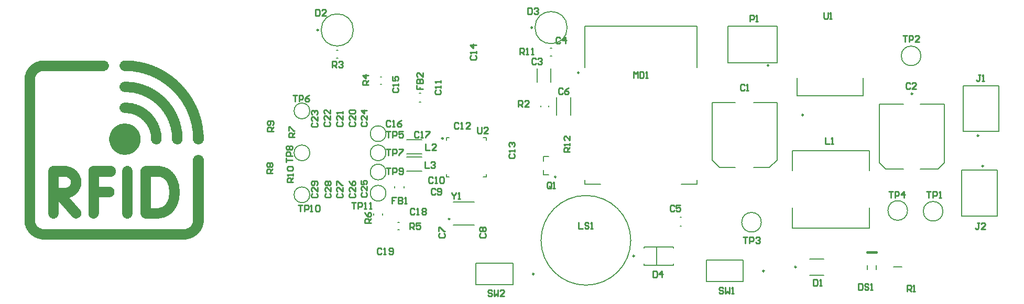
<source format=gto>
G04*
G04 #@! TF.GenerationSoftware,Altium Limited,Altium Designer,23.3.1 (30)*
G04*
G04 Layer_Color=65535*
%FSLAX44Y44*%
%MOMM*%
G71*
G04*
G04 #@! TF.SameCoordinates,C1E6EB35-FD0D-487A-9AD2-E077E24BAF61*
G04*
G04*
G04 #@! TF.FilePolarity,Positive*
G04*
G01*
G75*
%ADD10C,0.2500*%
%ADD11C,0.1500*%
%ADD12C,0.2000*%
%ADD13C,0.4000*%
%ADD14C,0.2540*%
G36*
X414070Y402024D02*
X420856D01*
Y401459D01*
X425381D01*
Y400893D01*
X428774D01*
Y400328D01*
X431602D01*
Y399762D01*
X434429D01*
Y399197D01*
X436692D01*
Y398631D01*
X438954D01*
Y398066D01*
X441216D01*
Y397500D01*
X442912D01*
Y396935D01*
X444609D01*
Y396369D01*
X446306D01*
Y395803D01*
X448002D01*
Y395238D01*
X449699D01*
Y394672D01*
X451396D01*
Y394107D01*
X452527D01*
Y393541D01*
X454224D01*
Y392976D01*
X455354D01*
Y392410D01*
X457051D01*
Y391845D01*
X458182D01*
Y391279D01*
X459313D01*
Y390714D01*
X460444D01*
Y390148D01*
X461576D01*
Y389582D01*
X462707D01*
Y389017D01*
X463838D01*
Y388451D01*
X464969D01*
Y387886D01*
X466100D01*
Y387320D01*
X467231D01*
Y386755D01*
X468362D01*
Y386189D01*
X468928D01*
Y385624D01*
X470059D01*
Y385058D01*
X471190D01*
Y384492D01*
X472321D01*
Y383927D01*
X472887D01*
Y383361D01*
X474018D01*
Y382796D01*
X474583D01*
Y382230D01*
X475714D01*
Y381665D01*
X476280D01*
Y381099D01*
X477411D01*
Y380534D01*
X477976D01*
Y379968D01*
X479108D01*
Y379403D01*
X479673D01*
Y378837D01*
X480804D01*
Y378271D01*
X481370D01*
Y377706D01*
X481935D01*
Y377140D01*
X483066D01*
Y376575D01*
X483632D01*
Y376009D01*
X484197D01*
Y375444D01*
X485328D01*
Y374878D01*
X485894D01*
Y374313D01*
X486460D01*
Y373747D01*
X487025D01*
Y373182D01*
X487591D01*
Y372616D01*
X488722D01*
Y372051D01*
X489287D01*
Y371485D01*
X489853D01*
Y370919D01*
X490419D01*
Y370354D01*
X490984D01*
Y369788D01*
X491549D01*
Y369223D01*
X492115D01*
Y368657D01*
X492681D01*
Y368092D01*
X493812D01*
Y367526D01*
X494377D01*
Y366961D01*
X494943D01*
Y366395D01*
X495508D01*
Y365829D01*
X496074D01*
Y365264D01*
X496639D01*
Y364698D01*
X497205D01*
Y364133D01*
X497771D01*
Y363567D01*
X498336D01*
Y362436D01*
X498902D01*
Y361871D01*
X499467D01*
Y361305D01*
X500033D01*
Y360740D01*
X500598D01*
Y360174D01*
X501164D01*
Y359608D01*
X501729D01*
Y359043D01*
X502295D01*
Y358477D01*
X502860D01*
Y357912D01*
X503426D01*
Y356781D01*
X503992D01*
Y356215D01*
X504557D01*
Y355650D01*
X505123D01*
Y355084D01*
X505688D01*
Y353953D01*
X506254D01*
Y353387D01*
X506819D01*
Y352822D01*
X507385D01*
Y352256D01*
X507950D01*
Y351125D01*
X508516D01*
Y350560D01*
X509081D01*
Y349994D01*
X509647D01*
Y348863D01*
X510213D01*
Y348298D01*
X510778D01*
Y347166D01*
X511344D01*
Y346601D01*
X511909D01*
Y345470D01*
X512475D01*
Y344904D01*
X513040D01*
Y343773D01*
X513606D01*
Y343208D01*
X514171D01*
Y342076D01*
X514737D01*
Y341511D01*
X515303D01*
Y340380D01*
X515868D01*
Y339249D01*
X516434D01*
Y338118D01*
X516999D01*
Y337552D01*
X517565D01*
Y336421D01*
X518130D01*
Y335290D01*
X518696D01*
Y334159D01*
X519261D01*
Y333028D01*
X519827D01*
Y331897D01*
X520392D01*
Y330766D01*
X520958D01*
Y329634D01*
X521524D01*
Y328503D01*
X522089D01*
Y327372D01*
X522655D01*
Y325676D01*
X523220D01*
Y324544D01*
X523786D01*
Y323414D01*
X524351D01*
Y321717D01*
X524917D01*
Y320586D01*
X525482D01*
Y318889D01*
X526048D01*
Y317192D01*
X526614D01*
Y315496D01*
X527179D01*
Y313799D01*
X527744D01*
Y312103D01*
X528310D01*
Y309840D01*
X528876D01*
Y308144D01*
X529441D01*
Y305882D01*
X530007D01*
Y303054D01*
X530572D01*
Y300792D01*
X531138D01*
Y297398D01*
X531703D01*
Y294571D01*
X532269D01*
Y290046D01*
X532834D01*
Y283260D01*
X533400D01*
Y273080D01*
X532834D01*
Y271949D01*
X532269D01*
Y270818D01*
X531703D01*
Y269687D01*
X531138D01*
Y269121D01*
X530572D01*
Y268555D01*
X529441D01*
Y267990D01*
X528310D01*
Y267424D01*
X527179D01*
Y266859D01*
X522655D01*
Y267424D01*
X521524D01*
Y267990D01*
X520392D01*
Y268555D01*
X519261D01*
Y269121D01*
X518696D01*
Y269687D01*
X518130D01*
Y270818D01*
X517565D01*
Y271949D01*
X516999D01*
Y273080D01*
X516434D01*
Y282694D01*
X515868D01*
Y288915D01*
X515303D01*
Y289481D01*
Y290046D01*
Y292874D01*
X514737D01*
Y296267D01*
X514171D01*
Y299095D01*
X513606D01*
Y301357D01*
X513040D01*
Y303619D01*
X512475D01*
Y305316D01*
X511909D01*
Y307578D01*
X511344D01*
Y309275D01*
X510778D01*
Y310971D01*
X510213D01*
Y312668D01*
X509647D01*
Y314365D01*
X509081D01*
Y315496D01*
X508516D01*
Y317192D01*
X507950D01*
Y318323D01*
X507385D01*
Y319455D01*
X506819D01*
Y321151D01*
X506254D01*
Y322282D01*
X505688D01*
Y323414D01*
X505123D01*
Y324544D01*
X504557D01*
Y325676D01*
X503992D01*
Y326807D01*
X503426D01*
Y327938D01*
X502860D01*
Y328503D01*
X502295D01*
Y329634D01*
X501729D01*
Y330766D01*
X501164D01*
Y331897D01*
X500598D01*
Y332462D01*
X500033D01*
Y333593D01*
X499467D01*
Y334159D01*
X498902D01*
Y335290D01*
X498336D01*
Y336421D01*
X497771D01*
Y336987D01*
X497205D01*
Y338118D01*
X496639D01*
Y338683D01*
X496074D01*
Y339249D01*
X495508D01*
Y340380D01*
X494943D01*
Y340945D01*
X494377D01*
Y341511D01*
X493812D01*
Y342642D01*
X493246D01*
Y343208D01*
X492681D01*
Y343773D01*
X492115D01*
Y344904D01*
X491549D01*
Y345470D01*
X490984D01*
Y346035D01*
X490419D01*
Y346601D01*
X489853D01*
Y347166D01*
X489287D01*
Y347732D01*
X488722D01*
Y348863D01*
X488156D01*
Y349429D01*
X487591D01*
Y349994D01*
X487025D01*
Y350560D01*
X486460D01*
Y351125D01*
X485894D01*
Y351691D01*
X485328D01*
Y352256D01*
X484763D01*
Y352822D01*
X484197D01*
Y353387D01*
X483632D01*
Y353953D01*
X483066D01*
Y354519D01*
X482501D01*
Y355084D01*
X481935D01*
Y355650D01*
X481370D01*
Y356215D01*
X480804D01*
Y356781D01*
X480239D01*
Y357346D01*
X479673D01*
Y357912D01*
X478542D01*
Y358477D01*
X477976D01*
Y359043D01*
X477411D01*
Y359608D01*
X476845D01*
Y360174D01*
X476280D01*
Y360740D01*
X475714D01*
Y361305D01*
X474583D01*
Y361871D01*
X474018D01*
Y362436D01*
X473452D01*
Y363002D01*
X472887D01*
Y363567D01*
X471755D01*
Y364133D01*
X471190D01*
Y364698D01*
X470059D01*
Y365264D01*
X469493D01*
Y365829D01*
X468928D01*
Y366395D01*
X467797D01*
Y366961D01*
X467231D01*
Y367526D01*
X466100D01*
Y368092D01*
X465534D01*
Y368657D01*
X464403D01*
Y369223D01*
X463272D01*
Y369788D01*
X462707D01*
Y370354D01*
X461576D01*
Y370919D01*
X460444D01*
Y371485D01*
X459879D01*
Y372051D01*
X458748D01*
Y372616D01*
X457617D01*
Y373182D01*
X456486D01*
Y373747D01*
X455354D01*
Y374313D01*
X454224D01*
Y374878D01*
X453092D01*
Y375444D01*
X451961D01*
Y376009D01*
X450265D01*
Y376575D01*
X449133D01*
Y377140D01*
X448002D01*
Y377706D01*
X446306D01*
Y378271D01*
X445175D01*
Y378837D01*
X443478D01*
Y379403D01*
X441781D01*
Y379968D01*
X440085D01*
Y380534D01*
X438388D01*
Y381099D01*
X436126D01*
Y381665D01*
X434429D01*
Y382230D01*
X432167D01*
Y382796D01*
X429905D01*
Y383361D01*
X427077D01*
Y383927D01*
X423684D01*
Y384492D01*
X419725D01*
Y385058D01*
X413504D01*
Y385624D01*
X403890D01*
Y386189D01*
X402759D01*
Y386755D01*
X401628D01*
Y387320D01*
X400496D01*
Y387886D01*
X399931D01*
Y388451D01*
X399365D01*
Y389582D01*
X398800D01*
Y390714D01*
X398234D01*
Y391845D01*
X397669D01*
Y396369D01*
X398234D01*
Y397500D01*
X398800D01*
Y398631D01*
X399365D01*
Y399762D01*
X399931D01*
Y400328D01*
X400496D01*
Y400893D01*
X401628D01*
Y401459D01*
X402759D01*
Y402024D01*
X403890D01*
Y402590D01*
X414070D01*
Y402024D01*
D02*
G37*
G36*
X412938Y368092D02*
X418594D01*
Y367526D01*
X421987D01*
Y366961D01*
X425381D01*
Y366395D01*
X427643D01*
Y365829D01*
X429905D01*
Y365264D01*
X432167D01*
Y364698D01*
X433864D01*
Y364133D01*
X435560D01*
Y363567D01*
X437257D01*
Y363002D01*
X438954D01*
Y362436D01*
X440085D01*
Y361871D01*
X441781D01*
Y361305D01*
X442912D01*
Y360740D01*
X444609D01*
Y360174D01*
X445740D01*
Y359608D01*
X446871D01*
Y359043D01*
X448002D01*
Y358477D01*
X449133D01*
Y357912D01*
X450265D01*
Y357346D01*
X451396D01*
Y356781D01*
X451961D01*
Y356215D01*
X453092D01*
Y355650D01*
X454224D01*
Y355084D01*
X454789D01*
Y354519D01*
X455920D01*
Y353953D01*
X457051D01*
Y353387D01*
X457617D01*
Y352822D01*
X458748D01*
Y352256D01*
X459313D01*
Y351691D01*
X459879D01*
Y351125D01*
X461010D01*
Y350560D01*
X461576D01*
Y349994D01*
X462707D01*
Y349429D01*
X463272D01*
Y348863D01*
X463838D01*
Y348298D01*
X464403D01*
Y347732D01*
X465534D01*
Y347166D01*
X466100D01*
Y346601D01*
X466665D01*
Y346035D01*
X467231D01*
Y345470D01*
X467797D01*
Y344904D01*
X468362D01*
Y344339D01*
X468928D01*
Y343773D01*
X470059D01*
Y343208D01*
X470624D01*
Y342642D01*
X471190D01*
Y342076D01*
X471755D01*
Y341511D01*
X472321D01*
Y340945D01*
X472887D01*
Y340380D01*
X473452D01*
Y339814D01*
X474018D01*
Y339249D01*
X474583D01*
Y338118D01*
X475149D01*
Y337552D01*
X475714D01*
Y336987D01*
X476280D01*
Y336421D01*
X476845D01*
Y335855D01*
X477411D01*
Y335290D01*
X477976D01*
Y334724D01*
X478542D01*
Y333593D01*
X479108D01*
Y333028D01*
X479673D01*
Y332462D01*
X480239D01*
Y331897D01*
X480804D01*
Y330766D01*
X481370D01*
Y330200D01*
X481935D01*
Y329069D01*
X482501D01*
Y328503D01*
X483066D01*
Y327938D01*
X483632D01*
Y326807D01*
X484197D01*
Y326241D01*
X484763D01*
Y325110D01*
X485328D01*
Y323979D01*
X485894D01*
Y323414D01*
X486460D01*
Y322282D01*
X487025D01*
Y321151D01*
X487591D01*
Y320586D01*
X488156D01*
Y319455D01*
X488722D01*
Y318323D01*
X489287D01*
Y317192D01*
X489853D01*
Y316061D01*
X490419D01*
Y314930D01*
X490984D01*
Y313799D01*
X491549D01*
Y312103D01*
X492115D01*
Y310971D01*
X492681D01*
Y309275D01*
X493246D01*
Y308144D01*
X493812D01*
Y306447D01*
X494377D01*
Y304750D01*
X494943D01*
Y303054D01*
X495508D01*
Y301357D01*
X496074D01*
Y299095D01*
X496639D01*
Y296833D01*
X497205D01*
Y294571D01*
X497771D01*
Y291177D01*
X498336D01*
Y287784D01*
X498902D01*
Y282129D01*
X499467D01*
Y273080D01*
X498902D01*
Y271949D01*
X498336D01*
Y270818D01*
X497771D01*
Y269687D01*
X497205D01*
Y269121D01*
X496639D01*
Y268555D01*
X495508D01*
Y267990D01*
X494377D01*
Y267424D01*
X493246D01*
Y266859D01*
X488722D01*
Y267424D01*
X487591D01*
Y267990D01*
X486460D01*
Y268555D01*
X485328D01*
Y269121D01*
X484763D01*
Y269687D01*
X484197D01*
Y270818D01*
X483632D01*
Y271949D01*
X483066D01*
Y273080D01*
X482501D01*
Y281563D01*
X481935D01*
Y286653D01*
X481370D01*
Y290046D01*
X480804D01*
Y292308D01*
X480239D01*
Y295136D01*
X479673D01*
Y296833D01*
X479108D01*
Y298529D01*
X478542D01*
Y300226D01*
X477976D01*
Y301923D01*
X477411D01*
Y303619D01*
X476845D01*
Y304750D01*
X476280D01*
Y305882D01*
X475714D01*
Y307578D01*
X475149D01*
Y308709D01*
X474583D01*
Y309840D01*
X474018D01*
Y310971D01*
X473452D01*
Y312103D01*
X472887D01*
Y312668D01*
X472321D01*
Y313799D01*
X471755D01*
Y314930D01*
X471190D01*
Y315496D01*
X470624D01*
Y316627D01*
X470059D01*
Y317192D01*
X469493D01*
Y318323D01*
X468928D01*
Y318889D01*
X468362D01*
Y320020D01*
X467797D01*
Y320586D01*
X467231D01*
Y321717D01*
X466665D01*
Y322282D01*
X466100D01*
Y322848D01*
X465534D01*
Y323414D01*
X464969D01*
Y324544D01*
X464403D01*
Y325110D01*
X463838D01*
Y325676D01*
X463272D01*
Y326241D01*
X462707D01*
Y326807D01*
X462141D01*
Y327372D01*
X461576D01*
Y327938D01*
X461010D01*
Y328503D01*
X460444D01*
Y329069D01*
X459879D01*
Y329634D01*
X459313D01*
Y330200D01*
X458748D01*
Y330766D01*
X458182D01*
Y331331D01*
X457617D01*
Y331897D01*
X457051D01*
Y332462D01*
X456486D01*
Y333028D01*
X455920D01*
Y333593D01*
X455354D01*
Y334159D01*
X454224D01*
Y334724D01*
X453658D01*
Y335290D01*
X453092D01*
Y335855D01*
X452527D01*
Y336421D01*
X451396D01*
Y336987D01*
X450830D01*
Y337552D01*
X449699D01*
Y338118D01*
X449133D01*
Y338683D01*
X448568D01*
Y339249D01*
X447437D01*
Y339814D01*
X446306D01*
Y340380D01*
X445740D01*
Y340945D01*
X444609D01*
Y341511D01*
X443478D01*
Y342076D01*
X442912D01*
Y342642D01*
X441781D01*
Y343208D01*
X440650D01*
Y343773D01*
X439519D01*
Y344339D01*
X438388D01*
Y344904D01*
X436692D01*
Y345470D01*
X435560D01*
Y346035D01*
X434429D01*
Y346601D01*
X432733D01*
Y347166D01*
X431036D01*
Y347732D01*
X429339D01*
Y348298D01*
X427643D01*
Y348863D01*
X425946D01*
Y349429D01*
X423684D01*
Y349994D01*
X420856D01*
Y350560D01*
X417463D01*
Y351125D01*
X412373D01*
Y351691D01*
X403890D01*
Y352256D01*
X402759D01*
Y352822D01*
X401628D01*
Y353387D01*
X400496D01*
Y353953D01*
X399931D01*
Y354519D01*
X399365D01*
Y355650D01*
X398800D01*
Y356781D01*
X398234D01*
Y357912D01*
X397669D01*
Y362436D01*
X398234D01*
Y363567D01*
X398800D01*
Y364698D01*
X399365D01*
Y365829D01*
X399931D01*
Y366395D01*
X400496D01*
Y366961D01*
X401628D01*
Y367526D01*
X402759D01*
Y368092D01*
X403890D01*
Y368657D01*
X412938D01*
Y368092D01*
D02*
G37*
G36*
X411807Y334159D02*
X416332D01*
Y333593D01*
X419160D01*
Y333028D01*
X421422D01*
Y332462D01*
X423118D01*
Y331897D01*
X425381D01*
Y331331D01*
X426512D01*
Y330766D01*
X428208D01*
Y330200D01*
X429339D01*
Y329634D01*
X431036D01*
Y329069D01*
X432167D01*
Y328503D01*
X433298D01*
Y327938D01*
X434429D01*
Y327372D01*
X434995D01*
Y326807D01*
X436126D01*
Y326241D01*
X437257D01*
Y325676D01*
X437823D01*
Y325110D01*
X438954D01*
Y324544D01*
X440085D01*
Y323979D01*
X440650D01*
Y323414D01*
X441216D01*
Y322848D01*
X442347D01*
Y322282D01*
X442912D01*
Y321717D01*
X443478D01*
Y321151D01*
X444044D01*
Y320586D01*
X444609D01*
Y320020D01*
X445740D01*
Y319455D01*
X446306D01*
Y318889D01*
X446871D01*
Y318323D01*
X447437D01*
Y317758D01*
X448002D01*
Y317192D01*
X448568D01*
Y316627D01*
X449133D01*
Y316061D01*
X449699D01*
Y315496D01*
X450265D01*
Y314930D01*
X450830D01*
Y313799D01*
X451396D01*
Y313234D01*
X451961D01*
Y312668D01*
X452527D01*
Y312103D01*
X453092D01*
Y311537D01*
X453658D01*
Y310406D01*
X454224D01*
Y309840D01*
X454789D01*
Y308709D01*
X455354D01*
Y308144D01*
X455920D01*
Y307013D01*
X456486D01*
Y306447D01*
X457051D01*
Y305316D01*
X457617D01*
Y304185D01*
X458182D01*
Y303619D01*
X458748D01*
Y302488D01*
X459313D01*
Y301357D01*
X459879D01*
Y300226D01*
X460444D01*
Y298529D01*
X461010D01*
Y297398D01*
X461576D01*
Y295702D01*
X462141D01*
Y294005D01*
X462707D01*
Y292308D01*
X463272D01*
Y290612D01*
X463838D01*
Y288349D01*
X464403D01*
Y285522D01*
X464969D01*
Y280997D01*
X465534D01*
Y273080D01*
X464969D01*
Y271949D01*
X464403D01*
Y270818D01*
X463838D01*
Y269687D01*
X463272D01*
Y269121D01*
X462707D01*
Y268555D01*
X461576D01*
Y267990D01*
X460444D01*
Y267424D01*
X459313D01*
Y266859D01*
X454789D01*
Y267424D01*
X453658D01*
Y267990D01*
X452527D01*
Y268555D01*
X451396D01*
Y269121D01*
X450830D01*
Y269687D01*
X450265D01*
Y270818D01*
X449699D01*
Y271949D01*
X449133D01*
Y273080D01*
X448568D01*
Y279866D01*
X448002D01*
Y283825D01*
X447437D01*
Y286087D01*
X446871D01*
Y288349D01*
X446306D01*
Y290046D01*
X445740D01*
Y291177D01*
X445175D01*
Y292308D01*
X444609D01*
Y294005D01*
X444044D01*
Y295136D01*
X443478D01*
Y295702D01*
X442912D01*
Y296833D01*
X442347D01*
Y297964D01*
X441781D01*
Y298529D01*
X441216D01*
Y299660D01*
X440650D01*
Y300226D01*
X440085D01*
Y301357D01*
X439519D01*
Y301923D01*
X438954D01*
Y302488D01*
X438388D01*
Y303054D01*
X437823D01*
Y303619D01*
X437257D01*
Y304185D01*
X436692D01*
Y304750D01*
X436126D01*
Y305882D01*
X434995D01*
Y306447D01*
X434429D01*
Y307013D01*
X433864D01*
Y307578D01*
X433298D01*
Y308144D01*
X432733D01*
Y308709D01*
X432167D01*
Y309275D01*
X431036D01*
Y309840D01*
X430471D01*
Y310406D01*
X429339D01*
Y310971D01*
X428774D01*
Y311537D01*
X427643D01*
Y312103D01*
X426512D01*
Y312668D01*
X425946D01*
Y313234D01*
X424815D01*
Y313799D01*
X423684D01*
Y314365D01*
X421987D01*
Y314930D01*
X420856D01*
Y315496D01*
X419160D01*
Y316061D01*
X416897D01*
Y316627D01*
X414635D01*
Y317192D01*
X411242D01*
Y317758D01*
X403890D01*
Y318323D01*
X402759D01*
Y318889D01*
X401628D01*
Y319455D01*
X400496D01*
Y320020D01*
X399931D01*
Y320586D01*
X399365D01*
Y321717D01*
X398800D01*
Y322848D01*
X398234D01*
Y323979D01*
X397669D01*
Y328503D01*
X398234D01*
Y329634D01*
X398800D01*
Y330766D01*
X399365D01*
Y331897D01*
X399931D01*
Y332462D01*
X400496D01*
Y333028D01*
X401628D01*
Y333593D01*
X402759D01*
Y334159D01*
X403890D01*
Y334724D01*
X411807D01*
Y334159D01*
D02*
G37*
G36*
X409545Y300226D02*
X412938D01*
Y299660D01*
X414635D01*
Y299095D01*
X415766D01*
Y298529D01*
X417463D01*
Y297964D01*
X418594D01*
Y297398D01*
X419160D01*
Y296833D01*
X420291D01*
Y296267D01*
X420856D01*
Y295702D01*
X421987D01*
Y295136D01*
X422553D01*
Y294571D01*
X423118D01*
Y294005D01*
X423684D01*
Y293439D01*
X424249D01*
Y292874D01*
X424815D01*
Y292308D01*
X425381D01*
Y291743D01*
X425946D01*
Y291177D01*
X426512D01*
Y290046D01*
X427077D01*
Y289481D01*
X427643D01*
Y288349D01*
X428208D01*
Y287784D01*
X428774D01*
Y286653D01*
X429339D01*
Y284956D01*
X429905D01*
Y284391D01*
Y283825D01*
X430471D01*
Y281563D01*
X431036D01*
Y278735D01*
X431602D01*
Y271949D01*
X431036D01*
Y269121D01*
X430471D01*
Y266859D01*
X429905D01*
Y265728D01*
X429339D01*
Y264597D01*
X428774D01*
Y262900D01*
X428208D01*
Y262334D01*
X427643D01*
Y261203D01*
X427077D01*
Y260638D01*
X426512D01*
Y259507D01*
X425946D01*
Y258941D01*
X425381D01*
Y258376D01*
X424815D01*
Y257810D01*
X424249D01*
Y257244D01*
X423684D01*
Y256679D01*
X423118D01*
Y256113D01*
X422553D01*
Y255548D01*
X421987D01*
Y254982D01*
X420856D01*
Y254417D01*
X420291D01*
Y253851D01*
X419160D01*
Y253286D01*
X418594D01*
Y252720D01*
X417463D01*
Y252155D01*
X415766D01*
Y251589D01*
X414635D01*
Y251024D01*
X412373D01*
Y250458D01*
X409545D01*
Y249892D01*
X402759D01*
Y250458D01*
X399931D01*
Y251024D01*
X397669D01*
Y251589D01*
X396538D01*
Y252155D01*
X395407D01*
Y252720D01*
X393710D01*
Y253286D01*
X393144D01*
Y253851D01*
X392013D01*
Y254417D01*
X391448D01*
Y254982D01*
X390317D01*
Y255548D01*
X389751D01*
Y256113D01*
X389186D01*
Y256679D01*
X388620D01*
Y257244D01*
X388054D01*
Y257810D01*
X387489D01*
Y258376D01*
X386923D01*
Y258941D01*
X386358D01*
Y259507D01*
X385792D01*
Y260638D01*
X385227D01*
Y261203D01*
X384661D01*
Y262334D01*
X384096D01*
Y262900D01*
X383530D01*
Y264031D01*
X382965D01*
Y265728D01*
X382399D01*
Y266859D01*
X381833D01*
Y269121D01*
X381268D01*
Y271949D01*
X380702D01*
Y278735D01*
X381268D01*
Y281563D01*
X381833D01*
Y283825D01*
X382399D01*
Y284956D01*
X382965D01*
Y286653D01*
X383530D01*
Y287784D01*
X384096D01*
Y288349D01*
X384661D01*
Y289481D01*
X385227D01*
Y290046D01*
X385792D01*
Y291177D01*
X386358D01*
Y291743D01*
X386923D01*
Y292308D01*
X387489D01*
Y292874D01*
X388054D01*
Y293439D01*
X388620D01*
Y294005D01*
X389186D01*
Y294571D01*
X389751D01*
Y295136D01*
X390317D01*
Y295702D01*
X391448D01*
Y296267D01*
X392013D01*
Y296833D01*
X393144D01*
Y297398D01*
X393710D01*
Y297964D01*
X394841D01*
Y298529D01*
X396538D01*
Y299095D01*
X397669D01*
Y299660D01*
X399931D01*
Y300226D01*
X402759D01*
Y300792D01*
X409545D01*
Y300226D01*
D02*
G37*
G36*
X463838Y231229D02*
X467231D01*
Y230664D01*
X469493D01*
Y230098D01*
X471190D01*
Y229533D01*
X472321D01*
Y228967D01*
X474018D01*
Y228402D01*
X475149D01*
Y227836D01*
X476280D01*
Y227271D01*
X476845D01*
Y226705D01*
X477976D01*
Y226139D01*
X478542D01*
Y225574D01*
X479673D01*
Y225008D01*
X480239D01*
Y224443D01*
X480804D01*
Y223877D01*
X481370D01*
Y223312D01*
X482501D01*
Y222746D01*
X483066D01*
Y222181D01*
X483632D01*
Y221615D01*
X484197D01*
Y220484D01*
X484763D01*
Y219918D01*
X485328D01*
Y219353D01*
X485894D01*
Y218787D01*
X486460D01*
Y217656D01*
X487025D01*
Y217091D01*
X487591D01*
Y215959D01*
X488156D01*
Y215394D01*
X488722D01*
Y214263D01*
X489287D01*
Y213132D01*
X489853D01*
Y212001D01*
X490419D01*
Y210870D01*
X490984D01*
Y209739D01*
X491549D01*
Y208042D01*
X492115D01*
Y206345D01*
X492681D01*
Y204649D01*
X493246D01*
Y202386D01*
X493812D01*
Y199559D01*
X494377D01*
Y195034D01*
X494943D01*
Y184289D01*
X494377D01*
Y179764D01*
X493812D01*
Y176937D01*
X493246D01*
Y174675D01*
X492681D01*
Y172978D01*
X492115D01*
Y171281D01*
X491549D01*
Y169585D01*
X490984D01*
Y168454D01*
X490419D01*
Y167323D01*
X489853D01*
Y166191D01*
X489287D01*
Y165060D01*
X488722D01*
Y163929D01*
X488156D01*
Y163364D01*
X487591D01*
Y162233D01*
X487025D01*
Y161667D01*
X486460D01*
Y160536D01*
X485894D01*
Y159970D01*
X485328D01*
Y159405D01*
X484763D01*
Y158839D01*
X484197D01*
Y158274D01*
X483632D01*
Y157143D01*
X483066D01*
Y156577D01*
X482501D01*
Y156012D01*
X481935D01*
Y155446D01*
X480804D01*
Y154881D01*
X480239D01*
Y154315D01*
X479673D01*
Y153749D01*
X479108D01*
Y153184D01*
X477976D01*
Y152618D01*
X477411D01*
Y152053D01*
X476280D01*
Y151487D01*
X475149D01*
Y150922D01*
X474018D01*
Y150356D01*
X472887D01*
Y149791D01*
X471755D01*
Y149225D01*
X470059D01*
Y148659D01*
X468362D01*
Y148094D01*
X466100D01*
Y147528D01*
X462141D01*
Y146963D01*
X437823D01*
Y147528D01*
X436126D01*
Y148094D01*
X435560D01*
Y148659D01*
X434429D01*
Y149225D01*
X433864D01*
Y149791D01*
X433298D01*
Y150356D01*
X432733D01*
Y151487D01*
X432167D01*
Y153184D01*
X431602D01*
Y226139D01*
X432167D01*
Y227271D01*
X432733D01*
Y228402D01*
X433298D01*
Y228967D01*
X433864D01*
Y229533D01*
X434429D01*
Y230098D01*
X434995D01*
Y230664D01*
X436126D01*
Y231229D01*
X437823D01*
Y231795D01*
X463838D01*
Y231229D01*
D02*
G37*
G36*
X412373D02*
X413504D01*
Y230664D01*
X414635D01*
Y230098D01*
X415766D01*
Y229533D01*
X416332D01*
Y228967D01*
X416897D01*
Y227836D01*
X417463D01*
Y226705D01*
X418028D01*
Y225574D01*
X418594D01*
Y153184D01*
X418028D01*
Y152053D01*
X417463D01*
Y150922D01*
X416897D01*
Y149791D01*
X416332D01*
Y149225D01*
X415766D01*
Y148659D01*
X414635D01*
Y148094D01*
X413504D01*
Y147528D01*
X412373D01*
Y146963D01*
X407849D01*
Y147528D01*
X406717D01*
Y148094D01*
X405586D01*
Y148659D01*
X404455D01*
Y149225D01*
X403890D01*
Y149791D01*
X403324D01*
Y150922D01*
X402759D01*
Y152053D01*
X402193D01*
Y153184D01*
X401628D01*
Y192207D01*
Y192772D01*
Y225574D01*
X402193D01*
Y226705D01*
X402759D01*
Y227836D01*
X403324D01*
Y228967D01*
X403890D01*
Y229533D01*
X404455D01*
Y230098D01*
X405586D01*
Y230664D01*
X406717D01*
Y231229D01*
X407849D01*
Y231795D01*
X412373D01*
Y231229D01*
D02*
G37*
G36*
X385227D02*
X386923D01*
Y230664D01*
X388054D01*
Y230098D01*
X388620D01*
Y229533D01*
X389186D01*
Y228967D01*
X389751D01*
Y228402D01*
X390317D01*
Y227271D01*
X390882D01*
Y226139D01*
X391448D01*
Y220484D01*
X390882D01*
Y219353D01*
X390317D01*
Y218222D01*
X389751D01*
Y217656D01*
X389186D01*
Y217091D01*
X388620D01*
Y216525D01*
X388054D01*
Y215959D01*
X386923D01*
Y215394D01*
X385227D01*
Y214828D01*
X364301D01*
Y198428D01*
X383530D01*
Y197862D01*
X384661D01*
Y197297D01*
X385792D01*
Y196731D01*
X386358D01*
Y196165D01*
X386923D01*
Y195600D01*
X387489D01*
Y195034D01*
X388054D01*
Y193903D01*
X388620D01*
Y192772D01*
X389186D01*
Y187117D01*
X388620D01*
Y185986D01*
X388054D01*
Y184854D01*
X387489D01*
Y184289D01*
X386923D01*
Y183723D01*
X386358D01*
Y183158D01*
X385227D01*
Y182592D01*
X384661D01*
Y182027D01*
X382965D01*
Y181461D01*
X364301D01*
Y154315D01*
X363736D01*
Y152053D01*
X363170D01*
Y150922D01*
X362605D01*
Y150356D01*
X362039D01*
Y149791D01*
X361474D01*
Y149225D01*
X360908D01*
Y148659D01*
X360343D01*
Y148094D01*
X359212D01*
Y147528D01*
X357515D01*
Y146963D01*
X353556D01*
Y147528D01*
X351859D01*
Y148094D01*
X350728D01*
Y148659D01*
X350163D01*
Y149225D01*
X349597D01*
Y149791D01*
X349032D01*
Y150356D01*
X348466D01*
Y151487D01*
X347901D01*
Y152618D01*
X347335D01*
Y226139D01*
X347901D01*
Y227271D01*
X348466D01*
Y228402D01*
X349032D01*
Y228967D01*
X349597D01*
Y229533D01*
X350163D01*
Y230098D01*
X350728D01*
Y230664D01*
X351859D01*
Y231229D01*
X353556D01*
Y231795D01*
X385227D01*
Y231229D01*
D02*
G37*
G36*
X312837D02*
X315664D01*
Y230664D01*
X317361D01*
Y230098D01*
X319058D01*
Y229533D01*
X320189D01*
Y228967D01*
X321885D01*
Y228402D01*
X322451D01*
Y227836D01*
X323582D01*
Y227271D01*
X324713D01*
Y226705D01*
X325279D01*
Y226139D01*
X325844D01*
Y225574D01*
X326975D01*
Y225008D01*
X327541D01*
Y224443D01*
X328106D01*
Y223877D01*
X328672D01*
Y223312D01*
X329238D01*
Y222746D01*
X329803D01*
Y221615D01*
X330369D01*
Y221049D01*
X330934D01*
Y220484D01*
X331500D01*
Y219353D01*
X332065D01*
Y218787D01*
X332631D01*
Y217656D01*
X333196D01*
Y216525D01*
X333762D01*
Y215394D01*
X334328D01*
Y213697D01*
X334893D01*
Y212001D01*
X335459D01*
Y208607D01*
X336024D01*
Y202386D01*
X335459D01*
Y199559D01*
X334893D01*
Y197862D01*
X334328D01*
Y196165D01*
X333762D01*
Y195034D01*
X333196D01*
Y193903D01*
X332631D01*
Y192772D01*
X332065D01*
Y191641D01*
X331500D01*
Y191075D01*
X330934D01*
Y189944D01*
X330369D01*
Y189379D01*
X329803D01*
Y188813D01*
X329238D01*
Y188248D01*
X328672D01*
Y187682D01*
X328106D01*
Y187117D01*
X327541D01*
Y186551D01*
X326975D01*
Y185986D01*
X326410D01*
Y185420D01*
X325844D01*
Y184854D01*
X324713D01*
Y184289D01*
X324148D01*
Y183723D01*
X323017D01*
Y183158D01*
X321885D01*
Y182592D01*
X320754D01*
Y182027D01*
X319623D01*
Y181461D01*
X317927D01*
Y180896D01*
X316796D01*
Y180330D01*
X317361D01*
Y179199D01*
X317927D01*
Y178633D01*
X318492D01*
Y178068D01*
X319058D01*
Y177502D01*
X319623D01*
Y176937D01*
X320189D01*
Y176371D01*
X320754D01*
Y175806D01*
X321320D01*
Y174675D01*
X321885D01*
Y174109D01*
X322451D01*
Y173543D01*
X323017D01*
Y172978D01*
X323582D01*
Y172412D01*
X324148D01*
Y171847D01*
X324713D01*
Y171281D01*
X325279D01*
Y170716D01*
X325844D01*
Y169585D01*
X326410D01*
Y169019D01*
X326975D01*
Y168454D01*
X327541D01*
Y167888D01*
X328106D01*
Y167323D01*
X328672D01*
Y166757D01*
X329238D01*
Y166191D01*
X329803D01*
Y165060D01*
X330369D01*
Y164495D01*
X330934D01*
Y163929D01*
X331500D01*
Y163364D01*
X332065D01*
Y162798D01*
X332631D01*
Y162233D01*
X333196D01*
Y161667D01*
X333762D01*
Y160536D01*
X334328D01*
Y159970D01*
X334893D01*
Y158839D01*
X335459D01*
Y157143D01*
X336024D01*
Y153749D01*
X335459D01*
Y152053D01*
X334893D01*
Y150922D01*
X334328D01*
Y150356D01*
X333762D01*
Y149225D01*
X332631D01*
Y148659D01*
X332065D01*
Y148094D01*
X330934D01*
Y147528D01*
X329238D01*
Y146963D01*
X325279D01*
Y147528D01*
X323582D01*
Y148094D01*
X323017D01*
Y148659D01*
X321885D01*
Y149225D01*
X321320D01*
Y149791D01*
X320754D01*
Y150356D01*
X320189D01*
Y150922D01*
X319623D01*
Y152053D01*
X319058D01*
Y152618D01*
X318492D01*
Y153184D01*
X317927D01*
Y153749D01*
X317361D01*
Y154315D01*
X316796D01*
Y154881D01*
X316230D01*
Y155446D01*
X315664D01*
Y156577D01*
X315099D01*
Y157143D01*
X314533D01*
Y157708D01*
X313968D01*
Y158274D01*
X313402D01*
Y158839D01*
X312837D01*
Y159405D01*
X312271D01*
Y159970D01*
X311706D01*
Y161101D01*
X311140D01*
Y161667D01*
X310574D01*
Y162233D01*
X310009D01*
Y162798D01*
X309443D01*
Y163364D01*
X308878D01*
Y163929D01*
X308312D01*
Y164495D01*
X307747D01*
Y165060D01*
X307181D01*
Y166191D01*
X306616D01*
Y166757D01*
X306050D01*
Y167323D01*
X305485D01*
Y167888D01*
X304919D01*
Y168454D01*
X304354D01*
Y169019D01*
X303788D01*
Y169585D01*
X303222D01*
Y170716D01*
X302657D01*
Y171281D01*
X302091D01*
Y171847D01*
X301526D01*
Y172412D01*
X300960D01*
Y172978D01*
X300395D01*
Y173543D01*
X299829D01*
Y174109D01*
X299264D01*
Y153184D01*
X298698D01*
Y152053D01*
X298132D01*
Y150922D01*
X297567D01*
Y149791D01*
X297001D01*
Y149225D01*
X296436D01*
Y148659D01*
X295305D01*
Y148094D01*
X294174D01*
Y147528D01*
X293043D01*
Y146963D01*
X288518D01*
Y147528D01*
X287387D01*
Y148094D01*
X286256D01*
Y148659D01*
X285125D01*
Y149225D01*
X284559D01*
Y149791D01*
X283994D01*
Y150922D01*
X283428D01*
Y152053D01*
X282863D01*
Y153184D01*
X282297D01*
Y220484D01*
Y221049D01*
Y225574D01*
X282863D01*
Y226705D01*
X283428D01*
Y227836D01*
X283994D01*
Y228967D01*
X284559D01*
Y229533D01*
X285125D01*
Y230098D01*
X286256D01*
Y230664D01*
X287387D01*
Y231229D01*
X288518D01*
Y231795D01*
X312837D01*
Y231229D01*
D02*
G37*
G36*
X373916Y402024D02*
X375047D01*
Y401459D01*
X376178D01*
Y400893D01*
X377309D01*
Y400328D01*
X377875D01*
Y399762D01*
X378440D01*
Y398631D01*
X379006D01*
Y397500D01*
X379571D01*
Y396369D01*
X380137D01*
Y391845D01*
X379571D01*
Y390714D01*
X379006D01*
Y389582D01*
X378440D01*
Y388451D01*
X377875D01*
Y387886D01*
X377309D01*
Y387320D01*
X376178D01*
Y386755D01*
X375047D01*
Y386189D01*
X373916D01*
Y385624D01*
X272117D01*
Y385058D01*
X270421D01*
Y384492D01*
X268724D01*
Y383927D01*
X267593D01*
Y383361D01*
X267027D01*
Y382796D01*
X265896D01*
Y382230D01*
X265331D01*
Y381665D01*
X264765D01*
Y381099D01*
X264200D01*
Y380534D01*
X263634D01*
Y379403D01*
X263069D01*
Y378837D01*
X262503D01*
Y377706D01*
X261938D01*
Y376009D01*
X261372D01*
Y374313D01*
X260806D01*
Y141307D01*
X261372D01*
Y139611D01*
X261938D01*
Y137914D01*
X262503D01*
Y136783D01*
X263069D01*
Y136217D01*
X263634D01*
Y135086D01*
X264200D01*
Y134521D01*
X264765D01*
Y133955D01*
X265331D01*
Y133390D01*
X265896D01*
Y132824D01*
X267027D01*
Y132259D01*
X267593D01*
Y131693D01*
X268724D01*
Y131128D01*
X270421D01*
Y130562D01*
X272117D01*
Y129996D01*
X505123D01*
Y130562D01*
X506819D01*
Y131128D01*
X508516D01*
Y131693D01*
X509647D01*
Y132259D01*
X510213D01*
Y132824D01*
X511344D01*
Y133390D01*
X511909D01*
Y133955D01*
X512475D01*
Y134521D01*
X513040D01*
Y135086D01*
X513606D01*
Y136217D01*
X514171D01*
Y136783D01*
X514737D01*
Y137914D01*
X515303D01*
Y139611D01*
X515868D01*
Y141307D01*
X516434D01*
Y240278D01*
Y240844D01*
Y243671D01*
X516999D01*
Y244802D01*
X517565D01*
Y245933D01*
X518130D01*
Y247065D01*
X518696D01*
Y247630D01*
X519261D01*
Y248196D01*
X520392D01*
Y248761D01*
X521524D01*
Y249327D01*
X522655D01*
Y249892D01*
X527179D01*
Y249327D01*
X528310D01*
Y248761D01*
X529441D01*
Y248196D01*
X530572D01*
Y247630D01*
X531138D01*
Y247065D01*
X531703D01*
Y245933D01*
X532269D01*
Y244802D01*
X532834D01*
Y243671D01*
X533400D01*
Y140176D01*
X532834D01*
Y136783D01*
X532269D01*
Y135086D01*
X531703D01*
Y133390D01*
X531138D01*
Y131693D01*
X530572D01*
Y130562D01*
X530007D01*
Y129431D01*
X529441D01*
Y128300D01*
X528876D01*
Y127734D01*
X528310D01*
Y126603D01*
X527744D01*
Y126038D01*
X527179D01*
Y124907D01*
X526614D01*
Y124341D01*
X526048D01*
Y123775D01*
X525482D01*
Y123210D01*
X524917D01*
Y122644D01*
X524351D01*
Y122079D01*
X523786D01*
Y121513D01*
X523220D01*
Y120948D01*
X522655D01*
Y120382D01*
X522089D01*
Y119817D01*
X521524D01*
Y119251D01*
X520392D01*
Y118686D01*
X519827D01*
Y118120D01*
X518696D01*
Y117554D01*
X518130D01*
Y116989D01*
X516999D01*
Y116423D01*
X515868D01*
Y115858D01*
X514737D01*
Y115292D01*
X513040D01*
Y114727D01*
X511344D01*
Y114161D01*
X509647D01*
Y113596D01*
X506254D01*
Y113030D01*
X270986D01*
Y113596D01*
X267593D01*
Y114161D01*
X265896D01*
Y114727D01*
X264200D01*
Y115292D01*
X262503D01*
Y115858D01*
X261372D01*
Y116423D01*
X260241D01*
Y116989D01*
X259110D01*
Y117554D01*
X258544D01*
Y118120D01*
X257413D01*
Y118686D01*
X256848D01*
Y119251D01*
X255716D01*
Y119817D01*
X255151D01*
Y120382D01*
X254585D01*
Y120948D01*
X254020D01*
Y121513D01*
X253454D01*
Y122079D01*
X252889D01*
Y122644D01*
X252323D01*
Y123210D01*
X251758D01*
Y123775D01*
X251192D01*
Y124341D01*
X250627D01*
Y124907D01*
X250061D01*
Y126038D01*
X249496D01*
Y126603D01*
X248930D01*
Y127734D01*
X248364D01*
Y128300D01*
X247799D01*
Y129431D01*
X247233D01*
Y130562D01*
X246668D01*
Y131693D01*
X246102D01*
Y133390D01*
X245537D01*
Y135086D01*
X244971D01*
Y136783D01*
X244406D01*
Y140176D01*
X243840D01*
Y375444D01*
X244406D01*
Y378837D01*
X244971D01*
Y380534D01*
X245537D01*
Y382230D01*
X246102D01*
Y383927D01*
X246668D01*
Y385058D01*
X247233D01*
Y386189D01*
X247799D01*
Y387320D01*
X248364D01*
Y387886D01*
X248930D01*
Y389017D01*
X249496D01*
Y389582D01*
X250061D01*
Y390714D01*
X250627D01*
Y391279D01*
X251192D01*
Y391845D01*
X251758D01*
Y392410D01*
X252323D01*
Y392976D01*
X252889D01*
Y393541D01*
X253454D01*
Y394107D01*
X254020D01*
Y394672D01*
X254585D01*
Y395238D01*
X255151D01*
Y395803D01*
X255716D01*
Y396369D01*
X256848D01*
Y396935D01*
X257413D01*
Y397500D01*
X258544D01*
Y398066D01*
X259110D01*
Y398631D01*
X260241D01*
Y399197D01*
X261372D01*
Y399762D01*
X262503D01*
Y400328D01*
X264200D01*
Y400893D01*
X265896D01*
Y401459D01*
X267593D01*
Y402024D01*
X270986D01*
Y402590D01*
X373916D01*
Y402024D01*
D02*
G37*
%LPC*%
G36*
X462141Y214828D02*
X448568D01*
Y201255D01*
Y200690D01*
Y163929D01*
X461010D01*
Y164495D01*
X463838D01*
Y165060D01*
X465534D01*
Y165626D01*
X466665D01*
Y166191D01*
X467797D01*
Y166757D01*
X468928D01*
Y167323D01*
X469493D01*
Y167888D01*
X470059D01*
Y168454D01*
X470624D01*
Y169019D01*
X471190D01*
Y169585D01*
X471755D01*
Y170150D01*
X472321D01*
Y170716D01*
X472887D01*
Y171847D01*
X473452D01*
Y172412D01*
X474018D01*
Y173543D01*
X474583D01*
Y174675D01*
X475149D01*
Y175806D01*
X475714D01*
Y177502D01*
X476280D01*
Y179199D01*
X476845D01*
Y181461D01*
X477411D01*
Y184854D01*
X477976D01*
Y194469D01*
X477411D01*
Y197862D01*
X476845D01*
Y200124D01*
X476280D01*
Y201821D01*
X475714D01*
Y203517D01*
X475149D01*
Y204649D01*
X474583D01*
Y205780D01*
X474018D01*
Y206911D01*
X473452D01*
Y207476D01*
X472887D01*
Y208607D01*
X472321D01*
Y209173D01*
X471755D01*
Y209739D01*
X471190D01*
Y210304D01*
X470624D01*
Y210870D01*
X470059D01*
Y211435D01*
X468928D01*
Y212001D01*
X468362D01*
Y212566D01*
X467231D01*
Y213132D01*
X466100D01*
Y213697D01*
X464403D01*
Y214263D01*
X462141D01*
Y214828D01*
D02*
G37*
G36*
X311140D02*
X299264D01*
Y196731D01*
X312271D01*
Y197297D01*
X313402D01*
Y197862D01*
X314533D01*
Y198428D01*
X315099D01*
Y198993D01*
X316230D01*
Y199559D01*
X316796D01*
Y200690D01*
X317361D01*
Y201255D01*
X317927D01*
Y202386D01*
X318492D01*
Y204083D01*
X319058D01*
Y207476D01*
X318492D01*
Y209173D01*
X317927D01*
Y210304D01*
X317361D01*
Y210870D01*
X316796D01*
Y211435D01*
X316230D01*
Y212001D01*
X315664D01*
Y212566D01*
X315099D01*
Y213132D01*
X313968D01*
Y213697D01*
X312837D01*
Y214263D01*
X311140D01*
Y214828D01*
D02*
G37*
%LPD*%
D10*
X931270Y146190D02*
G03*
X931270Y146190I-1250J0D01*
G01*
X1067000Y57150D02*
G03*
X1067000Y57150I-1250J0D01*
G01*
X920650Y276700D02*
G03*
X920650Y276700I-1250J0D01*
G01*
X1064490Y455930D02*
G03*
X1064490Y455930I-1250J0D01*
G01*
X719050Y452120D02*
G03*
X719050Y452120I-1250J0D01*
G01*
X1502340Y314690D02*
G03*
X1502340Y314690I-1250J0D01*
G01*
X1439110Y62230D02*
G03*
X1439110Y62230I-1250J0D01*
G01*
X1102910Y214410D02*
G03*
X1102910Y214410I-1250J0D01*
G01*
X1446510Y394800D02*
G03*
X1446510Y394800I-1250J0D01*
G01*
X1140060Y382910D02*
G03*
X1140060Y382910I-1250J0D01*
G01*
X1793220Y231910D02*
G03*
X1793220Y231910I-1250J0D01*
G01*
X1785600Y281170D02*
G03*
X1785600Y281170I-1250J0D01*
G01*
X1229480Y86360D02*
G03*
X1229480Y86360I-1250J0D01*
G01*
X1490750Y68580D02*
G03*
X1490750Y68580I-1250J0D01*
G01*
X1678920Y348900D02*
G03*
X1678920Y348900I-1250J0D01*
G01*
D11*
X1120740Y455930D02*
G03*
X1120740Y455930I-26000J0D01*
G01*
X775300Y452120D02*
G03*
X775300Y452120I-26000J0D01*
G01*
X1223520Y111760D02*
G03*
X1223520Y111760I-72500J0D01*
G01*
D12*
X1692250Y410210D02*
G03*
X1692250Y410210I-15850J0D01*
G01*
X1727810Y158750D02*
G03*
X1727810Y158750I-15850J0D01*
G01*
X1670660Y160020D02*
G03*
X1670660Y160020I-15850J0D01*
G01*
X1434440Y140970D02*
G03*
X1434440Y140970I-15850J0D01*
G01*
X828040Y187960D02*
G03*
X828040Y187960I-12700J0D01*
G01*
X704970Y253270D02*
G03*
X704970Y253270I-12700J0D01*
G01*
X704930Y321130D02*
G03*
X704930Y321130I-12700J0D01*
G01*
X828040Y222240D02*
G03*
X828040Y222240I-12700J0D01*
G01*
Y253270D02*
G03*
X828040Y253270I-12700J0D01*
G01*
Y284300D02*
G03*
X828040Y284300I-12700J0D01*
G01*
X704930Y185410D02*
G03*
X704930Y185410I-12700J0D01*
G01*
X936770Y173690D02*
X970770D01*
X936770Y136190D02*
X970770D01*
X973300Y39650D02*
X1033300D01*
Y74650D01*
X973300Y39650D02*
Y74650D01*
X1033300D01*
X925900Y273700D02*
Y278200D01*
X930400D01*
X985400D02*
X989900D01*
Y273700D02*
Y278200D01*
Y214200D02*
Y218700D01*
X985400Y214200D02*
X989900D01*
X925900D02*
Y218700D01*
Y214200D02*
X930400D01*
X748300Y419000D02*
X750300D01*
X748300Y406500D02*
X750300D01*
X1599090Y345690D02*
Y374190D01*
X1492090Y345690D02*
X1599090D01*
X1492090D02*
Y374190D01*
X1345410Y79730D02*
X1405410D01*
X1345410Y44730D02*
Y79730D01*
X1405410Y44730D02*
Y79730D01*
X1345410Y44730D02*
X1405410D01*
X1078330Y327930D02*
Y329930D01*
X1090830Y327930D02*
Y329930D01*
X1093740Y410310D02*
X1095740D01*
X1093740Y422810D02*
X1095740D01*
X1647810Y68580D02*
X1661810D01*
X819000Y375750D02*
X821000D01*
X819000Y364250D02*
X821000D01*
X822340Y152460D02*
Y154960D01*
X808340Y152460D02*
Y154960D01*
X847320Y128490D02*
X849320D01*
X847320Y140990D02*
X849320D01*
X1082660Y217410D02*
X1090660D01*
X1082660D02*
Y225410D01*
Y247410D02*
X1090660D01*
X1082660Y239410D02*
Y247410D01*
X1380060Y399050D02*
X1459660D01*
Y458550D01*
X1380060D02*
X1459660D01*
X1380060Y399050D02*
Y458550D01*
X1149560Y391160D02*
Y458310D01*
Y202310D02*
Y209560D01*
X1305460Y202310D02*
X1330560D01*
X1149560D02*
X1174660D01*
X1330560Y391160D02*
Y458310D01*
Y202310D02*
Y209560D01*
X1149560Y458310D02*
X1330560D01*
X1484360Y224560D02*
Y256810D01*
Y131810D02*
Y164060D01*
Y131810D02*
X1609360D01*
Y224560D02*
Y256810D01*
Y131810D02*
Y164060D01*
X1484360Y256810D02*
X1609360D01*
X861229Y246200D02*
X886291D01*
X861229Y223700D02*
X886291D01*
X861229Y274140D02*
X886291D01*
X861229Y251640D02*
X886291D01*
X1757970Y225160D02*
X1815470D01*
X1757970Y151160D02*
Y225160D01*
Y151160D02*
X1815470D01*
Y225160D01*
X1760850Y287920D02*
Y361920D01*
X1818350D01*
Y287920D02*
Y361920D01*
X1760850Y287920D02*
X1818350D01*
X842380Y196870D02*
Y199370D01*
X856880Y196870D02*
Y199370D01*
X881400Y335650D02*
X883900D01*
X881400Y350150D02*
X883900D01*
X1605400Y64280D02*
Y71280D01*
X1620400Y64280D02*
Y71280D01*
X1265230Y72360D02*
Y100360D01*
X1244980Y98860D02*
Y101110D01*
Y71610D02*
Y73860D01*
Y71610D02*
X1292480D01*
Y98860D02*
Y101110D01*
Y71610D02*
Y73860D01*
X1244980Y101110D02*
X1292480D01*
X1512750Y81580D02*
X1535250D01*
X1512750Y55580D02*
X1535250D01*
X1303540Y149490D02*
X1305040D01*
X1303540Y134990D02*
X1305040D01*
X1103779Y314349D02*
Y343511D01*
X1126341Y314349D02*
Y343511D01*
X1072483Y367513D02*
Y389513D01*
X1094060Y367460D02*
Y389460D01*
X1625170Y331900D02*
X1663920D01*
X1691420D02*
X1730170D01*
Y236900D02*
Y331900D01*
X1625170Y236900D02*
Y331900D01*
X1720170Y226900D02*
X1730170Y236900D01*
X1625170D02*
X1635170Y226900D01*
X1663920D01*
X1691420D02*
X1720170D01*
X1367160Y229440D02*
X1392160D01*
X1422160D02*
X1447160D01*
X1354660Y334440D02*
X1392160D01*
X1422160D02*
X1459660D01*
X1354660Y241940D02*
X1367160Y229440D01*
X1447160D02*
X1459660Y241940D01*
X1354660D02*
Y334440D01*
X1459660Y241940D02*
Y334440D01*
D13*
X1605400Y92280D02*
X1620400D01*
D14*
X934406Y189148D02*
Y187482D01*
X937738Y184150D01*
X941070Y187482D01*
Y189148D01*
X937738Y184150D02*
Y179152D01*
X944402D02*
X947735D01*
X946068D01*
Y189148D01*
X944402Y187482D01*
X1057199Y487598D02*
Y477602D01*
X1062198D01*
X1063864Y479268D01*
Y485932D01*
X1062198Y487598D01*
X1057199D01*
X1067196Y485932D02*
X1068862Y487598D01*
X1072195D01*
X1073861Y485932D01*
Y484266D01*
X1072195Y482600D01*
X1070528D01*
X1072195D01*
X1073861Y480934D01*
Y479268D01*
X1072195Y477602D01*
X1068862D01*
X1067196Y479268D01*
X714299Y485058D02*
Y475062D01*
X719298D01*
X720964Y476728D01*
Y483392D01*
X719298Y485058D01*
X714299D01*
X730961Y475062D02*
X724296D01*
X730961Y481726D01*
Y483392D01*
X729295Y485058D01*
X725962D01*
X724296Y483392D01*
X1786494Y139618D02*
X1783162D01*
X1784828D01*
Y131288D01*
X1783162Y129622D01*
X1781496D01*
X1779829Y131288D01*
X1796491Y129622D02*
X1789826D01*
X1796491Y136286D01*
Y137952D01*
X1794825Y139618D01*
X1791492D01*
X1789826Y137952D01*
X828681Y288208D02*
X835346D01*
X832013D01*
Y278212D01*
X838678D02*
Y288208D01*
X843676D01*
X845342Y286542D01*
Y283210D01*
X843676Y281544D01*
X838678D01*
X855339Y288208D02*
X848674D01*
Y283210D01*
X852007Y284876D01*
X853673D01*
X855339Y283210D01*
Y279878D01*
X853673Y278212D01*
X850341D01*
X848674Y279878D01*
X828681Y258998D02*
X835346D01*
X832013D01*
Y249002D01*
X838678D02*
Y258998D01*
X843676D01*
X845342Y257332D01*
Y254000D01*
X843676Y252334D01*
X838678D01*
X848674Y258998D02*
X855339D01*
Y257332D01*
X848674Y250668D01*
Y249002D01*
X772842Y172638D02*
X779506D01*
X776174D01*
Y162642D01*
X782839D02*
Y172638D01*
X787837D01*
X789503Y170972D01*
Y167640D01*
X787837Y165974D01*
X782839D01*
X792835Y162642D02*
X796168D01*
X794501D01*
Y172638D01*
X792835Y170972D01*
X801166Y162642D02*
X804498D01*
X802832D01*
Y172638D01*
X801166Y170972D01*
X1535116Y479978D02*
Y471648D01*
X1536782Y469982D01*
X1540114D01*
X1541780Y471648D01*
Y479978D01*
X1545112Y469982D02*
X1548445D01*
X1546778D01*
Y479978D01*
X1545112Y478312D01*
X975919Y294558D02*
Y286228D01*
X977586Y284562D01*
X980918D01*
X982584Y286228D01*
Y294558D01*
X992581Y284562D02*
X985916D01*
X992581Y291226D01*
Y292892D01*
X990915Y294558D01*
X987582D01*
X985916Y292892D01*
X1663071Y443148D02*
X1669736D01*
X1666403D01*
Y433152D01*
X1673068D02*
Y443148D01*
X1678066D01*
X1679732Y441482D01*
Y438150D01*
X1678066Y436484D01*
X1673068D01*
X1689729Y433152D02*
X1683065D01*
X1689729Y439816D01*
Y441482D01*
X1688063Y443148D01*
X1684731D01*
X1683065Y441482D01*
X1701567Y190418D02*
X1708232D01*
X1704899D01*
Y180422D01*
X1711564D02*
Y190418D01*
X1716562D01*
X1718228Y188752D01*
Y185420D01*
X1716562Y183754D01*
X1711564D01*
X1721561Y180422D02*
X1724893D01*
X1723227D01*
Y190418D01*
X1721561Y188752D01*
X1640211Y190418D02*
X1646875D01*
X1643543D01*
Y180422D01*
X1650208D02*
Y190418D01*
X1655206D01*
X1656872Y188752D01*
Y185420D01*
X1655206Y183754D01*
X1650208D01*
X1665203Y180422D02*
Y190418D01*
X1660204Y185420D01*
X1666869D01*
X1405261Y116758D02*
X1411926D01*
X1408593D01*
Y106762D01*
X1415258D02*
Y116758D01*
X1420256D01*
X1421922Y115092D01*
Y111760D01*
X1420256Y110094D01*
X1415258D01*
X1425255Y115092D02*
X1426921Y116758D01*
X1430253D01*
X1431919Y115092D01*
Y113426D01*
X1430253Y111760D01*
X1428587D01*
X1430253D01*
X1431919Y110094D01*
Y108428D01*
X1430253Y106762D01*
X1426921D01*
X1425255Y108428D01*
X666832Y238131D02*
Y244795D01*
Y241463D01*
X676828D01*
Y248128D02*
X666832D01*
Y253126D01*
X668498Y254792D01*
X671830D01*
X673496Y253126D01*
Y248128D01*
X668498Y258125D02*
X666832Y259791D01*
Y263123D01*
X668498Y264789D01*
X670164D01*
X671830Y263123D01*
X673496Y264789D01*
X675162D01*
X676828Y263123D01*
Y259791D01*
X675162Y258125D01*
X673496D01*
X671830Y259791D01*
X670164Y258125D01*
X668498D01*
X671830Y259791D02*
Y263123D01*
X677551Y346628D02*
X684215D01*
X680883D01*
Y336632D01*
X687548D02*
Y346628D01*
X692546D01*
X694212Y344962D01*
Y341630D01*
X692546Y339964D01*
X687548D01*
X704209Y346628D02*
X700877Y344962D01*
X697544Y341630D01*
Y338298D01*
X699211Y336632D01*
X702543D01*
X704209Y338298D01*
Y339964D01*
X702543Y341630D01*
X697544D01*
X686086Y168828D02*
X692750D01*
X689418D01*
Y158832D01*
X696082D02*
Y168828D01*
X701081D01*
X702747Y167162D01*
Y163830D01*
X701081Y162164D01*
X696082D01*
X706079Y158832D02*
X709411D01*
X707745D01*
Y168828D01*
X706079Y167162D01*
X714410D02*
X716076Y168828D01*
X719408D01*
X721074Y167162D01*
Y160498D01*
X719408Y158832D01*
X716076D01*
X714410Y160498D01*
Y167162D01*
X828681Y228518D02*
X835346D01*
X832013D01*
Y218522D01*
X838678D02*
Y228518D01*
X843676D01*
X845342Y226852D01*
Y223520D01*
X843676Y221854D01*
X838678D01*
X848674Y220188D02*
X850341Y218522D01*
X853673D01*
X855339Y220188D01*
Y226852D01*
X853673Y228518D01*
X850341D01*
X848674Y226852D01*
Y225186D01*
X850341Y223520D01*
X855339D01*
X999175Y30002D02*
X997509Y31668D01*
X994177D01*
X992511Y30002D01*
Y28336D01*
X994177Y26670D01*
X997509D01*
X999175Y25004D01*
Y23338D01*
X997509Y21672D01*
X994177D01*
X992511Y23338D01*
X1002508Y31668D02*
Y21672D01*
X1005840Y25004D01*
X1009172Y21672D01*
Y31668D01*
X1019169Y21672D02*
X1012505D01*
X1019169Y28336D01*
Y30002D01*
X1017503Y31668D01*
X1014171D01*
X1012505Y30002D01*
X1372952Y33812D02*
X1371286Y35478D01*
X1367953D01*
X1366287Y33812D01*
Y32146D01*
X1367953Y30480D01*
X1371286D01*
X1372952Y28814D01*
Y27148D01*
X1371286Y25482D01*
X1367953D01*
X1366287Y27148D01*
X1376284Y35478D02*
Y25482D01*
X1379616Y28814D01*
X1382948Y25482D01*
Y35478D01*
X1386281Y25482D02*
X1389613D01*
X1387947D01*
Y35478D01*
X1386281Y33812D01*
X1125138Y255474D02*
X1115142D01*
Y260472D01*
X1116808Y262139D01*
X1120140D01*
X1121806Y260472D01*
Y255474D01*
Y258806D02*
X1125138Y262139D01*
Y265471D02*
Y268803D01*
Y267137D01*
X1115142D01*
X1116808Y265471D01*
X1125138Y280466D02*
Y273801D01*
X1118474Y280466D01*
X1116808D01*
X1115142Y278800D01*
Y275468D01*
X1116808Y273801D01*
X1041959Y327742D02*
Y337738D01*
X1046958D01*
X1048624Y336072D01*
Y332740D01*
X1046958Y331074D01*
X1041959D01*
X1045292D02*
X1048624Y327742D01*
X1058621D02*
X1051956D01*
X1058621Y334406D01*
Y336072D01*
X1056954Y337738D01*
X1053622D01*
X1051956Y336072D01*
X1044540Y412832D02*
Y422828D01*
X1049539D01*
X1051205Y421162D01*
Y417830D01*
X1049539Y416164D01*
X1044540D01*
X1047872D02*
X1051205Y412832D01*
X1054537D02*
X1057869D01*
X1056203D01*
Y422828D01*
X1054537Y421162D01*
X1062868Y412832D02*
X1066200D01*
X1064534D01*
Y422828D01*
X1062868Y421162D01*
X1669736Y29292D02*
Y39288D01*
X1674734D01*
X1676400Y37622D01*
Y34290D01*
X1674734Y32624D01*
X1669736D01*
X1673068D02*
X1676400Y29292D01*
X1679732D02*
X1683065D01*
X1681398D01*
Y39288D01*
X1679732Y37622D01*
X741539Y391772D02*
Y401768D01*
X746538D01*
X748204Y400102D01*
Y396770D01*
X746538Y395104D01*
X741539D01*
X744872D02*
X748204Y391772D01*
X751536Y400102D02*
X753202Y401768D01*
X756535D01*
X758201Y400102D01*
Y398436D01*
X756535Y396770D01*
X754868D01*
X756535D01*
X758201Y395104D01*
Y393438D01*
X756535Y391772D01*
X753202D01*
X751536Y393438D01*
X800018Y363779D02*
X790022D01*
Y368778D01*
X791688Y370444D01*
X795020D01*
X796686Y368778D01*
Y363779D01*
Y367112D02*
X800018Y370444D01*
Y378774D02*
X790022D01*
X795020Y373776D01*
Y380441D01*
X645078Y220214D02*
X635082D01*
Y225213D01*
X636748Y226879D01*
X640080D01*
X641746Y225213D01*
Y220214D01*
Y223547D02*
X645078Y226879D01*
X636748Y230211D02*
X635082Y231877D01*
Y235210D01*
X636748Y236876D01*
X638414D01*
X640080Y235210D01*
X641746Y236876D01*
X643412D01*
X645078Y235210D01*
Y231877D01*
X643412Y230211D01*
X641746D01*
X640080Y231877D01*
X638414Y230211D01*
X636748D01*
X640080Y231877D02*
Y235210D01*
X646348Y288404D02*
X636352D01*
Y293403D01*
X638018Y295069D01*
X641350D01*
X643016Y293403D01*
Y288404D01*
Y291737D02*
X646348Y295069D01*
X644682Y298401D02*
X646348Y300067D01*
Y303400D01*
X644682Y305066D01*
X638018D01*
X636352Y303400D01*
Y300067D01*
X638018Y298401D01*
X639684D01*
X641350Y300067D01*
Y305066D01*
X678098Y205944D02*
X668102D01*
Y210942D01*
X669768Y212609D01*
X673100D01*
X674766Y210942D01*
Y205944D01*
Y209276D02*
X678098Y212609D01*
Y215941D02*
Y219273D01*
Y217607D01*
X668102D01*
X669768Y215941D01*
Y224272D02*
X668102Y225938D01*
Y229270D01*
X669768Y230936D01*
X676432D01*
X678098Y229270D01*
Y225938D01*
X676432Y224272D01*
X669768D01*
X680638Y278689D02*
X670642D01*
Y283688D01*
X672308Y285354D01*
X675640D01*
X677306Y283688D01*
Y278689D01*
Y282022D02*
X680638Y285354D01*
X670642Y288686D02*
Y295351D01*
X672308D01*
X678972Y288686D01*
X680638D01*
X803828Y140259D02*
X793832D01*
Y145258D01*
X795498Y146924D01*
X798830D01*
X800496Y145258D01*
Y140259D01*
Y143592D02*
X803828Y146924D01*
X793832Y156921D02*
X795498Y153588D01*
X798830Y150256D01*
X802162D01*
X803828Y151922D01*
Y155254D01*
X802162Y156921D01*
X800496D01*
X798830Y155254D01*
Y150256D01*
X866699Y129622D02*
Y139618D01*
X871698D01*
X873364Y137952D01*
Y134620D01*
X871698Y132954D01*
X866699D01*
X870032D02*
X873364Y129622D01*
X883361Y139618D02*
X876696D01*
Y134620D01*
X880028Y136286D01*
X881694D01*
X883361Y134620D01*
Y131288D01*
X881694Y129622D01*
X878362D01*
X876696Y131288D01*
X1094740Y197328D02*
Y203992D01*
X1093074Y205658D01*
X1089742D01*
X1088075Y203992D01*
Y197328D01*
X1089742Y195662D01*
X1093074D01*
X1091408Y198994D02*
X1094740Y195662D01*
X1093074D02*
X1094740Y197328D01*
X1098072Y195662D02*
X1101404D01*
X1099738D01*
Y205658D01*
X1098072Y203992D01*
X1415735Y466172D02*
Y476168D01*
X1420734D01*
X1422400Y474502D01*
Y471170D01*
X1420734Y469504D01*
X1415735D01*
X1425732Y466172D02*
X1429064D01*
X1427398D01*
Y476168D01*
X1425732Y474502D01*
X1227857Y374732D02*
Y384728D01*
X1231189Y381396D01*
X1234522Y384728D01*
Y374732D01*
X1237854Y384728D02*
Y374732D01*
X1242852D01*
X1244518Y376398D01*
Y383062D01*
X1242852Y384728D01*
X1237854D01*
X1247851Y374732D02*
X1251183D01*
X1249517D01*
Y384728D01*
X1247851Y383062D01*
X1138957Y140888D02*
Y130892D01*
X1145622D01*
X1155618Y139222D02*
X1153952Y140888D01*
X1150620D01*
X1148954Y139222D01*
Y137556D01*
X1150620Y135890D01*
X1153952D01*
X1155618Y134224D01*
Y132558D01*
X1153952Y130892D01*
X1150620D01*
X1148954Y132558D01*
X1158951Y130892D02*
X1162283D01*
X1160617D01*
Y140888D01*
X1158951Y139222D01*
X1537655Y278048D02*
Y268052D01*
X1544320D01*
X1547652D02*
X1550984D01*
X1549318D01*
Y278048D01*
X1547652Y276382D01*
X890829Y238678D02*
Y228682D01*
X897494D01*
X900826Y237012D02*
X902492Y238678D01*
X905825D01*
X907491Y237012D01*
Y235346D01*
X905825Y233680D01*
X904158D01*
X905825D01*
X907491Y232014D01*
Y230348D01*
X905825Y228682D01*
X902492D01*
X900826Y230348D01*
X892099Y267888D02*
Y257892D01*
X898764D01*
X908761D02*
X902096D01*
X908761Y264556D01*
Y266222D01*
X907094Y267888D01*
X903762D01*
X902096Y266222D01*
X1788160Y379648D02*
X1784828D01*
X1786494D01*
Y371318D01*
X1784828Y369652D01*
X1783162D01*
X1781496Y371318D01*
X1791492Y369652D02*
X1794825D01*
X1793158D01*
Y379648D01*
X1791492Y377982D01*
X844632Y181528D02*
X837967D01*
Y176530D01*
X841299D01*
X837967D01*
Y171532D01*
X847964Y181528D02*
Y171532D01*
X852962D01*
X854628Y173198D01*
Y174864D01*
X852962Y176530D01*
X847964D01*
X852962D01*
X854628Y178196D01*
Y179862D01*
X852962Y181528D01*
X847964D01*
X857961Y171532D02*
X861293D01*
X859627D01*
Y181528D01*
X857961Y179862D01*
X877652Y362906D02*
Y356241D01*
X882650D01*
Y359573D01*
Y356241D01*
X887648D01*
X877652Y366238D02*
X887648D01*
Y371236D01*
X885982Y372902D01*
X884316D01*
X882650Y371236D01*
Y366238D01*
Y371236D01*
X880984Y372902D01*
X879318D01*
X877652Y371236D01*
Y366238D01*
X887648Y382899D02*
Y376235D01*
X880984Y382899D01*
X879318D01*
X877652Y381233D01*
Y377901D01*
X879318Y376235D01*
X1591077Y41828D02*
Y31832D01*
X1596075D01*
X1597742Y33498D01*
Y40162D01*
X1596075Y41828D01*
X1591077D01*
X1607738Y40162D02*
X1606072Y41828D01*
X1602740D01*
X1601074Y40162D01*
Y38496D01*
X1602740Y36830D01*
X1606072D01*
X1607738Y35164D01*
Y33498D01*
X1606072Y31832D01*
X1602740D01*
X1601074Y33498D01*
X1611071Y31832D02*
X1614403D01*
X1612737D01*
Y41828D01*
X1611071Y40162D01*
X1259129Y62148D02*
Y52152D01*
X1264128D01*
X1265794Y53818D01*
Y60482D01*
X1264128Y62148D01*
X1259129D01*
X1274125Y52152D02*
Y62148D01*
X1269126Y57150D01*
X1275791D01*
X1518605Y48178D02*
Y38182D01*
X1523604D01*
X1525270Y39848D01*
Y46512D01*
X1523604Y48178D01*
X1518605D01*
X1528602Y38182D02*
X1531935D01*
X1530268D01*
Y48178D01*
X1528602Y46512D01*
X1293734Y167162D02*
X1292068Y168828D01*
X1288736D01*
X1287069Y167162D01*
Y160498D01*
X1288736Y158832D01*
X1292068D01*
X1293734Y160498D01*
X1303731Y168828D02*
X1297066D01*
Y163830D01*
X1300398Y165496D01*
X1302065D01*
X1303731Y163830D01*
Y160498D01*
X1302065Y158832D01*
X1298732D01*
X1297066Y160498D01*
X1113394Y356392D02*
X1111728Y358058D01*
X1108395D01*
X1106729Y356392D01*
Y349728D01*
X1108395Y348062D01*
X1111728D01*
X1113394Y349728D01*
X1123391Y358058D02*
X1120058Y356392D01*
X1116726Y353060D01*
Y349728D01*
X1118392Y348062D01*
X1121724D01*
X1123391Y349728D01*
Y351394D01*
X1121724Y353060D01*
X1116726D01*
X1109584Y438942D02*
X1107918Y440608D01*
X1104585D01*
X1102919Y438942D01*
Y432278D01*
X1104585Y430612D01*
X1107918D01*
X1109584Y432278D01*
X1117915Y430612D02*
Y440608D01*
X1112916Y435610D01*
X1119581D01*
X1070214Y404652D02*
X1068548Y406318D01*
X1065216D01*
X1063549Y404652D01*
Y397988D01*
X1065216Y396322D01*
X1068548D01*
X1070214Y397988D01*
X1073546Y404652D02*
X1075212Y406318D01*
X1078544D01*
X1080211Y404652D01*
Y402986D01*
X1078544Y401320D01*
X1076878D01*
X1078544D01*
X1080211Y399654D01*
Y397988D01*
X1078544Y396322D01*
X1075212D01*
X1073546Y397988D01*
X1674734Y365282D02*
X1673068Y366948D01*
X1669736D01*
X1668069Y365282D01*
Y358618D01*
X1669736Y356952D01*
X1673068D01*
X1674734Y358618D01*
X1684731Y356952D02*
X1678066D01*
X1684731Y363616D01*
Y365282D01*
X1683065Y366948D01*
X1679732D01*
X1678066Y365282D01*
X1407160Y362742D02*
X1405494Y364408D01*
X1402162D01*
X1400495Y362742D01*
Y356078D01*
X1402162Y354412D01*
X1405494D01*
X1407160Y356078D01*
X1410492Y354412D02*
X1413824D01*
X1412158D01*
Y364408D01*
X1410492Y362742D01*
X903488Y212882D02*
X901822Y214548D01*
X898490D01*
X896824Y212882D01*
Y206218D01*
X898490Y204552D01*
X901822D01*
X903488Y206218D01*
X906821Y204552D02*
X910153D01*
X908487D01*
Y214548D01*
X906821Y212882D01*
X915152D02*
X916818Y214548D01*
X920150D01*
X921816Y212882D01*
Y206218D01*
X920150Y204552D01*
X916818D01*
X915152Y206218D01*
Y212882D01*
X839948Y358658D02*
X838282Y356992D01*
Y353660D01*
X839948Y351994D01*
X846612D01*
X848278Y353660D01*
Y356992D01*
X846612Y358658D01*
X848278Y361991D02*
Y365323D01*
Y363657D01*
X838282D01*
X839948Y361991D01*
X838282Y376986D02*
Y370322D01*
X843280D01*
X841614Y373654D01*
Y375320D01*
X843280Y376986D01*
X846612D01*
X848278Y375320D01*
Y371988D01*
X846612Y370322D01*
X880629Y286542D02*
X878962Y288208D01*
X875630D01*
X873964Y286542D01*
Y279878D01*
X875630Y278212D01*
X878962D01*
X880629Y279878D01*
X883961Y278212D02*
X887293D01*
X885627D01*
Y288208D01*
X883961Y286542D01*
X892291Y288208D02*
X898956D01*
Y286542D01*
X892291Y279878D01*
Y278212D01*
X965678Y410728D02*
X964012Y409062D01*
Y405730D01*
X965678Y404064D01*
X972342D01*
X974008Y405730D01*
Y409062D01*
X972342Y410728D01*
X974008Y414061D02*
Y417393D01*
Y415727D01*
X964012D01*
X965678Y414061D01*
X974008Y427390D02*
X964012D01*
X969010Y422392D01*
Y429056D01*
X945398Y300512D02*
X943732Y302178D01*
X940400D01*
X938734Y300512D01*
Y293848D01*
X940400Y292182D01*
X943732D01*
X945398Y293848D01*
X948731Y292182D02*
X952063D01*
X950397D01*
Y302178D01*
X948731Y300512D01*
X963726Y292182D02*
X957061D01*
X963726Y298846D01*
Y300512D01*
X962060Y302178D01*
X958728D01*
X957061Y300512D01*
X834909Y304322D02*
X833242Y305988D01*
X829910D01*
X828244Y304322D01*
Y297658D01*
X829910Y295992D01*
X833242D01*
X834909Y297658D01*
X838241Y295992D02*
X841573D01*
X839907D01*
Y305988D01*
X838241Y304322D01*
X853236Y305988D02*
X849904Y304322D01*
X846572Y300990D01*
Y297658D01*
X848238Y295992D01*
X851570D01*
X853236Y297658D01*
Y299324D01*
X851570Y300990D01*
X846572D01*
X908528Y355245D02*
X906862Y353578D01*
Y350246D01*
X908528Y348580D01*
X915192D01*
X916858Y350246D01*
Y353578D01*
X915192Y355245D01*
X916858Y358577D02*
Y361909D01*
Y360243D01*
X906862D01*
X908528Y358577D01*
X916858Y366908D02*
Y370240D01*
Y368574D01*
X906862D01*
X908528Y366908D01*
X1027908Y251978D02*
X1026242Y250312D01*
Y246980D01*
X1027908Y245314D01*
X1034572D01*
X1036238Y246980D01*
Y250312D01*
X1034572Y251978D01*
X1036238Y255311D02*
Y258643D01*
Y256977D01*
X1026242D01*
X1027908Y255311D01*
Y263641D02*
X1026242Y265308D01*
Y268640D01*
X1027908Y270306D01*
X1029574D01*
X1031240Y268640D01*
Y266974D01*
Y268640D01*
X1032906Y270306D01*
X1034572D01*
X1036238Y268640D01*
Y265308D01*
X1034572Y263641D01*
X820938Y97472D02*
X819272Y99138D01*
X815940D01*
X814274Y97472D01*
Y90808D01*
X815940Y89142D01*
X819272D01*
X820938Y90808D01*
X824271Y89142D02*
X827603D01*
X825937D01*
Y99138D01*
X824271Y97472D01*
X832601Y90808D02*
X834268Y89142D01*
X837600D01*
X839266Y90808D01*
Y97472D01*
X837600Y99138D01*
X834268D01*
X832601Y97472D01*
Y95806D01*
X834268Y94140D01*
X839266D01*
X874278Y162082D02*
X872612Y163748D01*
X869280D01*
X867614Y162082D01*
Y155418D01*
X869280Y153752D01*
X872612D01*
X874278Y155418D01*
X877611Y153752D02*
X880943D01*
X879277D01*
Y163748D01*
X877611Y162082D01*
X885941D02*
X887608Y163748D01*
X890940D01*
X892606Y162082D01*
Y160416D01*
X890940Y158750D01*
X892606Y157084D01*
Y155418D01*
X890940Y153752D01*
X887608D01*
X885941Y155418D01*
Y157084D01*
X887608Y158750D01*
X885941Y160416D01*
Y162082D01*
X887608Y158750D02*
X890940D01*
X980918Y122794D02*
X979252Y121128D01*
Y117795D01*
X980918Y116129D01*
X987582D01*
X989248Y117795D01*
Y121128D01*
X987582Y122794D01*
X980918Y126126D02*
X979252Y127792D01*
Y131124D01*
X980918Y132791D01*
X982584D01*
X984250Y131124D01*
X985916Y132791D01*
X987582D01*
X989248Y131124D01*
Y127792D01*
X987582Y126126D01*
X985916D01*
X984250Y127792D01*
X982584Y126126D01*
X980918D01*
X984250Y127792D02*
Y131124D01*
X914878Y122794D02*
X913212Y121128D01*
Y117795D01*
X914878Y116129D01*
X921542D01*
X923208Y117795D01*
Y121128D01*
X921542Y122794D01*
X913212Y126126D02*
Y132791D01*
X914878D01*
X921542Y126126D01*
X923208D01*
X907654Y193832D02*
X905988Y195498D01*
X902655D01*
X900989Y193832D01*
Y187168D01*
X902655Y185502D01*
X905988D01*
X907654Y187168D01*
X910986D02*
X912652Y185502D01*
X915984D01*
X917651Y187168D01*
Y193832D01*
X915984Y195498D01*
X912652D01*
X910986Y193832D01*
Y192166D01*
X912652Y190500D01*
X917651D01*
X709138Y187645D02*
X707472Y185979D01*
Y182647D01*
X709138Y180981D01*
X715802D01*
X717468Y182647D01*
Y185979D01*
X715802Y187645D01*
X717468Y197642D02*
Y190978D01*
X710804Y197642D01*
X709138D01*
X707472Y195976D01*
Y192644D01*
X709138Y190978D01*
X715802Y200975D02*
X717468Y202641D01*
Y205973D01*
X715802Y207639D01*
X709138D01*
X707472Y205973D01*
Y202641D01*
X709138Y200975D01*
X710804D01*
X712470Y202641D01*
Y207639D01*
X709138Y301945D02*
X707472Y300279D01*
Y296947D01*
X709138Y295281D01*
X715802D01*
X717468Y296947D01*
Y300279D01*
X715802Y301945D01*
X717468Y311942D02*
Y305278D01*
X710804Y311942D01*
X709138D01*
X707472Y310276D01*
Y306944D01*
X709138Y305278D01*
Y315275D02*
X707472Y316941D01*
Y320273D01*
X709138Y321939D01*
X710804D01*
X712470Y320273D01*
Y318607D01*
Y320273D01*
X714136Y321939D01*
X715802D01*
X717468Y320273D01*
Y316941D01*
X715802Y315275D01*
X730728Y187645D02*
X729062Y185979D01*
Y182647D01*
X730728Y180981D01*
X737392D01*
X739058Y182647D01*
Y185979D01*
X737392Y187645D01*
X739058Y197642D02*
Y190978D01*
X732394Y197642D01*
X730728D01*
X729062Y195976D01*
Y192644D01*
X730728Y190978D01*
Y200975D02*
X729062Y202641D01*
Y205973D01*
X730728Y207639D01*
X732394D01*
X734060Y205973D01*
X735726Y207639D01*
X737392D01*
X739058Y205973D01*
Y202641D01*
X737392Y200975D01*
X735726D01*
X734060Y202641D01*
X732394Y200975D01*
X730728D01*
X734060Y202641D02*
Y205973D01*
X729458Y303216D02*
X727792Y301549D01*
Y298217D01*
X729458Y296551D01*
X736122D01*
X737788Y298217D01*
Y301549D01*
X736122Y303216D01*
X737788Y313212D02*
Y306548D01*
X731124Y313212D01*
X729458D01*
X727792Y311546D01*
Y308214D01*
X729458Y306548D01*
X737788Y323209D02*
Y316544D01*
X731124Y323209D01*
X729458D01*
X727792Y321543D01*
Y318211D01*
X729458Y316544D01*
X770098Y187645D02*
X768432Y185979D01*
Y182647D01*
X770098Y180981D01*
X776762D01*
X778428Y182647D01*
Y185979D01*
X776762Y187645D01*
X778428Y197642D02*
Y190978D01*
X771764Y197642D01*
X770098D01*
X768432Y195976D01*
Y192644D01*
X770098Y190978D01*
X768432Y207639D02*
X770098Y204307D01*
X773430Y200975D01*
X776762D01*
X778428Y202641D01*
Y205973D01*
X776762Y207639D01*
X775096D01*
X773430Y205973D01*
Y200975D01*
X770098Y303216D02*
X768432Y301549D01*
Y298217D01*
X770098Y296551D01*
X776762D01*
X778428Y298217D01*
Y301549D01*
X776762Y303216D01*
X778428Y313212D02*
Y306548D01*
X771764Y313212D01*
X770098D01*
X768432Y311546D01*
Y308214D01*
X770098Y306548D01*
Y316544D02*
X768432Y318211D01*
Y321543D01*
X770098Y323209D01*
X776762D01*
X778428Y321543D01*
Y318211D01*
X776762Y316544D01*
X770098D01*
X789148Y188916D02*
X787482Y187249D01*
Y183917D01*
X789148Y182251D01*
X795812D01*
X797478Y183917D01*
Y187249D01*
X795812Y188916D01*
X797478Y198912D02*
Y192248D01*
X790814Y198912D01*
X789148D01*
X787482Y197246D01*
Y193914D01*
X789148Y192248D01*
X787482Y208909D02*
Y202244D01*
X792480D01*
X790814Y205577D01*
Y207243D01*
X792480Y208909D01*
X795812D01*
X797478Y207243D01*
Y203911D01*
X795812Y202244D01*
X789148Y303216D02*
X787482Y301549D01*
Y298217D01*
X789148Y296551D01*
X795812D01*
X797478Y298217D01*
Y301549D01*
X795812Y303216D01*
X797478Y313212D02*
Y306548D01*
X790814Y313212D01*
X789148D01*
X787482Y311546D01*
Y308214D01*
X789148Y306548D01*
X797478Y321543D02*
X787482D01*
X792480Y316544D01*
Y323209D01*
X749778Y187645D02*
X748112Y185979D01*
Y182647D01*
X749778Y180981D01*
X756442D01*
X758108Y182647D01*
Y185979D01*
X756442Y187645D01*
X758108Y197642D02*
Y190978D01*
X751444Y197642D01*
X749778D01*
X748112Y195976D01*
Y192644D01*
X749778Y190978D01*
X748112Y200975D02*
Y207639D01*
X749778D01*
X756442Y200975D01*
X758108D01*
X749778Y303612D02*
X748112Y301945D01*
Y298613D01*
X749778Y296947D01*
X756442D01*
X758108Y298613D01*
Y301945D01*
X756442Y303612D01*
X758108Y313608D02*
Y306944D01*
X751444Y313608D01*
X749778D01*
X748112Y311942D01*
Y308610D01*
X749778Y306944D01*
X758108Y316941D02*
Y320273D01*
Y318607D01*
X748112D01*
X749778Y316941D01*
M02*

</source>
